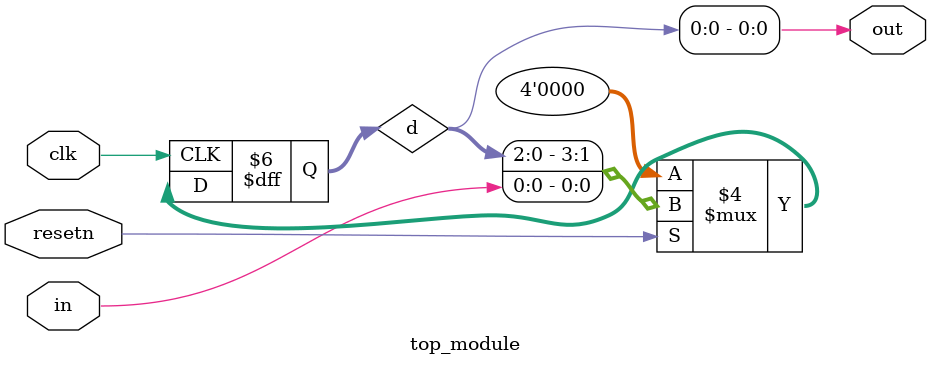
<source format=sv>
module top_module (
	input clk,
	input resetn,
	input in,
	output out
);

reg [3:0] d;

always @(posedge clk) begin
	if (~resetn)
		d <= 4'b0000;
	else
		d <= {d[2:0], in};
end

assign out = d[0];

endmodule

</source>
